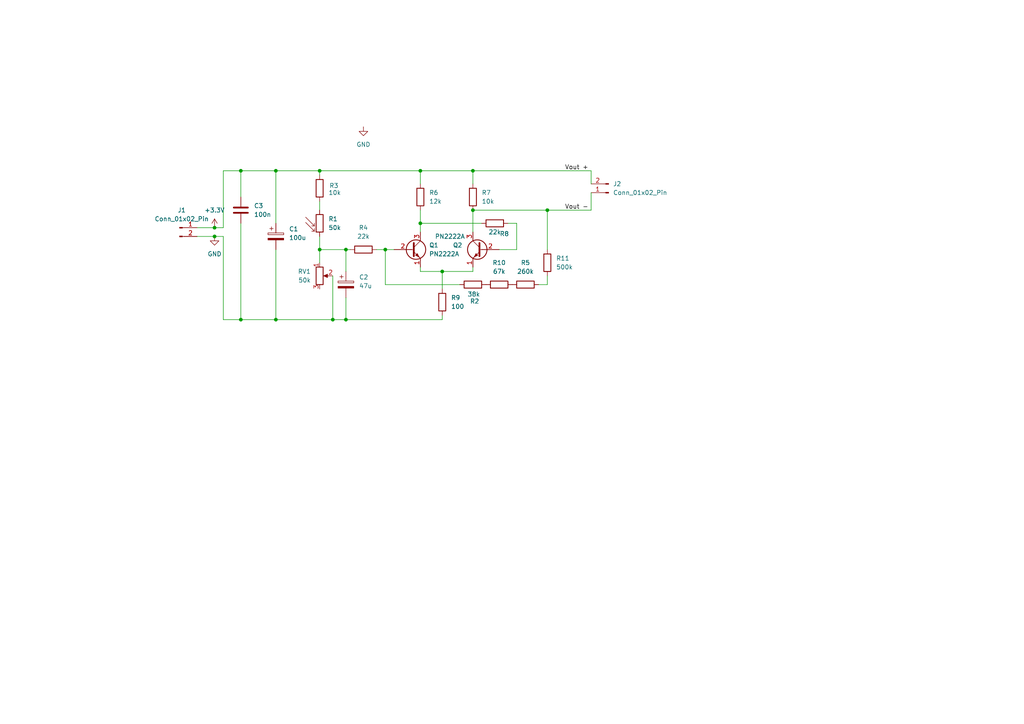
<source format=kicad_sch>
(kicad_sch (version 20231120) (generator "eeschema") (generator_version "8.0")
  (paper "A4")
  (lib_symbols
    (symbol "Connector:Conn_01x02_Pin" (pin_names (offset 1.016) hide)
      (property "Reference" "J" (at 0 2.54 0))
      (property "Value" "Conn_01x02_Pin" (at 0 -5.08 0))
      (symbol "Conn_01x02_Pin_1_1"
        (polyline (pts (xy 1.27 -2.54) (xy 0.8636 -2.54)) (stroke (width 0.1524)))
        (polyline (pts (xy 1.27 0) (xy 0.8636 0)) (stroke (width 0.1524)))
        (rectangle (start 0.8636 -2.413) (end 0 -2.667) (stroke (width 0.1524)) (fill (type outline)))
        (rectangle (start 0.8636 0.127) (end 0 -0.127) (stroke (width 0.1524)) (fill (type outline)))
        (pin passive line (at 5.08 0 180) (length 3.81) (name "Pin_1") (number "1"))
        (pin passive line (at 5.08 -2.54 180) (length 3.81) (name "Pin_2") (number "2"))
      )
    )
    (symbol "Device:C" (pin_numbers hide) (pin_names (offset 0.254))
      (property "Reference" "C" (at 0.635 2.54 0))
      (property "Value" "C" (at 0.635 -2.54 0))
      (symbol "C_0_1"
        (polyline (pts (xy -2.032 -0.762) (xy 2.032 -0.762)) (stroke (width 0.508)))
        (polyline (pts (xy -2.032 0.762) (xy 2.032 0.762)) (stroke (width 0.508)))
      )
      (symbol "C_1_1"
        (pin passive line (at 0 3.81 270) (length 2.794) (name "~") (number "1"))
        (pin passive line (at 0 -3.81 90) (length 2.794) (name "~") (number "2"))
      )
    )
    (symbol "Device:C_Polarized" (pin_numbers hide) (pin_names (offset 0.254))
      (property "Reference" "C" (at 0.635 2.54 0))
      (property "Value" "C_Polarized" (at 0.635 -2.54 0))
      (symbol "C_Polarized_0_1"
        (rectangle (start -2.286 0.508) (end 2.286 1.016))
        (polyline (pts (xy -1.778 2.286) (xy -0.762 2.286)))
        (polyline (pts (xy -1.27 2.794) (xy -1.27 1.778)))
        (rectangle (start 2.286 -0.508) (end -2.286 -1.016) (fill (type outline)))
      )
      (symbol "C_Polarized_1_1"
        (pin passive line (at 0 3.81 270) (length 2.794) (name "~") (number "1"))
        (pin passive line (at 0 -3.81 90) (length 2.794) (name "~") (number "2"))
      )
    )
    (symbol "Device:R" (pin_numbers hide) (pin_names (offset 0))
      (property "Reference" "R" (at 2.032 0 90))
      (property "Value" "R" (at 0 0 90))
      (symbol "R_0_1"
        (rectangle (start -1.016 -2.54) (end 1.016 2.54) (stroke (width 0.254)))
      )
      (symbol "R_1_1"
        (pin passive line (at 0 3.81 270) (length 1.27) (name "~") (number "1"))
        (pin passive line (at 0 -3.81 90) (length 1.27) (name "~") (number "2"))
      )
    )
    (symbol "Device:R_Photo" (pin_numbers hide) (pin_names (offset 0))
      (property "Reference" "R" (at 1.27 1.27 0))
      (property "Value" "R_Photo" (at 1.27 0 0))
      (symbol "R_Photo_0_1"
        (rectangle (start -1.016 2.54) (end 1.016 -2.54) (stroke (width 0.254)))
        (polyline (pts (xy -1.524 -2.286) (xy -4.064 0.254)))
        (polyline (pts (xy -1.524 -2.286) (xy -2.286 -2.286)))
        (polyline (pts (xy -1.524 -2.286) (xy -1.524 -1.524)))
        (polyline (pts (xy -1.524 -0.762) (xy -4.064 1.778)))
        (polyline (pts (xy -1.524 -0.762) (xy -2.286 -0.762)))
        (polyline (pts (xy -1.524 -0.762) (xy -1.524 0)))
      )
      (symbol "R_Photo_1_1"
        (pin passive line (at 0 3.81 270) (length 1.27) (name "~") (number "1"))
        (pin passive line (at 0 -3.81 90) (length 1.27) (name "~") (number "2"))
      )
    )
    (symbol "Device:R_Potentiometer" (pin_names (offset 1.016) hide)
      (property "Reference" "RV" (at -4.445 0 90))
      (property "Value" "R_Potentiometer" (at -2.54 0 90))
      (symbol "R_Potentiometer_0_1"
        (polyline (pts (xy 2.54 0) (xy 1.524 0)))
        (polyline (pts (xy 1.143 0) (xy 2.286 0.508) (xy 2.286 -0.508) (xy 1.143 0)) (fill (type outline)))
        (rectangle (start 1.016 2.54) (end -1.016 -2.54) (stroke (width 0.254)))
      )
      (symbol "R_Potentiometer_1_1"
        (pin passive line (at 0 3.81 270) (length 1.27) (name "1") (number "1"))
        (pin passive line (at 3.81 0 180) (length 1.27) (name "2") (number "2"))
        (pin passive line (at 0 -3.81 90) (length 1.27) (name "3") (number "3"))
      )
    )
    (symbol "Transistor_BJT:PN2222A" (pin_names (offset 0) hide)
      (property "Reference" "Q" (at 5.08 1.905 0))
      (property "Value" "PN2222A" (at 5.08 0 0))
      (symbol "PN2222A_0_1"
        (polyline (pts (xy 0 0) (xy 0.635 0)))
        (polyline (pts (xy 2.54 -2.54) (xy 0.635 -0.635)))
        (polyline (pts (xy 2.54 2.54) (xy 0.635 0.635)))
        (polyline (pts (xy 0.635 1.905) (xy 0.635 -1.905) (xy 0.635 -1.905)) (stroke (width 0.508)))
        (polyline (pts (xy 2.413 -2.413) (xy 1.905 -1.905) (xy 1.905 -1.905)))
        (polyline (pts (xy 1.143 -1.651) (xy 1.651 -1.143) (xy 2.159 -2.159) (xy 1.143 -1.651) (xy 1.143 -1.651)) (fill (type outline)))
        (circle (center 1.27 0) (radius 2.8194) (stroke (width 0.254)))
      )
      (symbol "PN2222A_1_1"
        (pin passive line (at 2.54 -5.08 90) (length 2.54) (name "E") (number "1"))
        (pin input line (at -5.08 0 0) (length 5.08) (name "B") (number "2"))
        (pin passive line (at 2.54 5.08 270) (length 2.54) (name "C") (number "3"))
      )
    )
    (symbol "power:+3.3V" (power) (pin_numbers hide) (pin_names (offset 0) hide)
      (property "Value" "+3.3V" (at 0 3.556 0))
      (symbol "+3.3V_0_1"
        (polyline (pts (xy -0.762 1.27) (xy 0 2.54)))
        (polyline (pts (xy 0 0) (xy 0 2.54)))
        (polyline (pts (xy 0 2.54) (xy 0.762 1.27)))
      )
      (symbol "+3.3V_1_1"
        (pin power_in line (at 0 0 90) (length 0) (name "~") (number "1"))
      )
    )
    (symbol "power:GND" (power) (pin_numbers hide) (pin_names (offset 0) hide)
      (property "Value" "GND" (at 0 -3.81 0))
      (symbol "GND_0_1"
        (polyline (pts (xy 0 0) (xy 0 -1.27) (xy 1.27 -1.27) (xy 0 -2.54) (xy -1.27 -1.27) (xy 0 -1.27)))
      )
      (symbol "GND_1_1"
        (pin power_in line (at 0 0 270) (length 0) (name "~") (number "1"))
      )
    )
  )
  (junction (at 92.71 72.39))
  (junction (at 100.33 72.39))
  (junction (at 69.85 92.71))
  (junction (at 111.76 72.39))
  (junction (at 80.01 92.71))
  (junction (at 80.01 49.53))
  (junction (at 96.52 92.71))
  (junction (at 128.27 78.74))
  (junction (at 121.92 64.77))
  (junction (at 100.33 92.71))
  (junction (at 62.23 66.04))
  (junction (at 137.16 49.53))
  (junction (at 121.92 49.53))
  (junction (at 158.75 60.96))
  (junction (at 62.23 68.58))
  (junction (at 69.85 49.53))
  (junction (at 92.71 49.53))
  (junction (at 137.16 60.96))
  (wire (pts (xy 147.32 64.77) (xy 149.86 64.77)))
  (wire (pts (xy 80.01 92.71) (xy 96.52 92.71)))
  (wire (pts (xy 92.71 68.58) (xy 92.71 72.39)))
  (wire (pts (xy 69.85 92.71) (xy 80.01 92.71)))
  (wire (pts (xy 121.92 77.47) (xy 121.92 78.74)))
  (wire (pts (xy 128.27 92.71) (xy 128.27 91.44)))
  (wire (pts (xy 121.92 53.34) (xy 121.92 49.53)))
  (wire (pts (xy 137.16 60.96) (xy 137.16 67.31)))
  (wire (pts (xy 156.21 82.55) (xy 158.75 82.55)))
  (wire (pts (xy 80.01 72.39) (xy 80.01 92.71)))
  (wire (pts (xy 64.77 68.58) (xy 64.77 92.71)))
  (wire (pts (xy 111.76 82.55) (xy 111.76 72.39)))
  (wire (pts (xy 137.16 49.53) (xy 137.16 53.34)))
  (wire (pts (xy 121.92 64.77) (xy 139.7 64.77)))
  (wire (pts (xy 96.52 80.01) (xy 96.52 92.71)))
  (wire (pts (xy 62.23 66.04) (xy 64.77 66.04)))
  (wire (pts (xy 111.76 82.55) (xy 133.35 82.55)))
  (wire (pts (xy 64.77 49.53) (xy 69.85 49.53)))
  (wire (pts (xy 158.75 60.96) (xy 171.45 60.96)))
  (wire (pts (xy 121.92 64.77) (xy 121.92 67.31)))
  (wire (pts (xy 171.45 55.88) (xy 171.45 60.96)))
  (wire (pts (xy 64.77 66.04) (xy 64.77 49.53)))
  (wire (pts (xy 100.33 86.36) (xy 100.33 92.71)))
  (wire (pts (xy 62.23 68.58) (xy 57.15 68.58)))
  (wire (pts (xy 92.71 72.39) (xy 100.33 72.39)))
  (wire (pts (xy 80.01 49.53) (xy 80.01 64.77)))
  (wire (pts (xy 128.27 78.74) (xy 128.27 83.82)))
  (wire (pts (xy 158.75 80.01) (xy 158.75 82.55)))
  (wire (pts (xy 121.92 49.53) (xy 137.16 49.53)))
  (wire (pts (xy 96.52 92.71) (xy 100.33 92.71)))
  (wire (pts (xy 92.71 50.8) (xy 92.71 49.53)))
  (wire (pts (xy 137.16 49.53) (xy 171.45 49.53)))
  (wire (pts (xy 69.85 64.77) (xy 69.85 92.71)))
  (wire (pts (xy 64.77 68.58) (xy 62.23 68.58)))
  (wire (pts (xy 158.75 60.96) (xy 158.75 72.39)))
  (wire (pts (xy 137.16 60.96) (xy 158.75 60.96)))
  (wire (pts (xy 149.86 64.77) (xy 149.86 72.39)))
  (wire (pts (xy 109.22 72.39) (xy 111.76 72.39)))
  (wire (pts (xy 149.86 72.39) (xy 144.78 72.39)))
  (wire (pts (xy 100.33 72.39) (xy 101.6 72.39)))
  (wire (pts (xy 100.33 92.71) (xy 128.27 92.71)))
  (wire (pts (xy 121.92 60.96) (xy 121.92 64.77)))
  (wire (pts (xy 57.15 66.04) (xy 62.23 66.04)))
  (wire (pts (xy 69.85 49.53) (xy 69.85 57.15)))
  (wire (pts (xy 121.92 78.74) (xy 128.27 78.74)))
  (wire (pts (xy 92.71 49.53) (xy 121.92 49.53)))
  (wire (pts (xy 80.01 49.53) (xy 92.71 49.53)))
  (wire (pts (xy 114.3 72.39) (xy 111.76 72.39)))
  (wire (pts (xy 64.77 92.71) (xy 69.85 92.71)))
  (wire (pts (xy 100.33 78.74) (xy 100.33 72.39)))
  (wire (pts (xy 69.85 49.53) (xy 80.01 49.53)))
  (wire (pts (xy 92.71 72.39) (xy 92.71 76.2)))
  (wire (pts (xy 92.71 58.42) (xy 92.71 60.96)))
  (wire (pts (xy 137.16 77.47) (xy 137.16 78.74)))
  (wire (pts (xy 171.45 53.34) (xy 171.45 49.53)))
  (wire (pts (xy 137.16 78.74) (xy 128.27 78.74)))
  (label "Vout +" (at 163.83 49.53 0))
  (label "Vout -" (at 163.83 60.96 0))
  (symbol (lib_id "Device:R") (at 144.78 82.55 90) (unit 1)
    (property "Reference" "R10" (at 144.78 76.2 90))
    (property "Value" "67k" (at 144.78 78.74 90))
    (property "Footprint" "Resistor_THT:R_Axial_DIN0309_L9.0mm_D3.2mm_P15.24mm_Horizontal" (effects (hide yes)))
    (property "Description" "Resistor" (effects (hide yes)))
  )
  (symbol (lib_id "Connector:Conn_01x02_Pin") (at 52.07 66.04 0) (unit 1) (exclude_from_sim yes)
    (property "Reference" "J1" (at 52.705 60.96 0))
    (property "Value" "Conn_01x02_Pin" (at 52.705 63.5 0))
    (property "Footprint" "Connector_PinHeader_1.00mm:PinHeader_1x02_P1.00mm_Vertical" (effects (hide yes)))
    (property "Description" "Generic connector, single row, 01x02, script generated" (effects (hide yes)))
  )
  (symbol (lib_id "Connector:Conn_01x02_Pin") (at 176.53 55.88 180) (unit 1) (exclude_from_sim yes)
    (property "Reference" "J2" (at 177.8 53.3399 0) (effects (justify right)))
    (property "Value" "Conn_01x02_Pin" (at 177.8 55.8799 0) (effects (justify right)))
    (property "Footprint" "Connector_PinHeader_1.00mm:PinHeader_1x02_P1.00mm_Vertical" (effects (hide yes)))
    (property "Description" "Generic connector, single row, 01x02, script generated" (effects (hide yes)))
  )
  (symbol (lib_id "Device:R") (at 92.71 54.61 0) (unit 1)
    (property "Reference" "R3" (at 95.504 53.848 0) (effects (justify left)))
    (property "Value" "10k" (at 95.25 55.8799 0) (effects (justify left)))
    (property "Footprint" "Resistor_THT:R_Axial_DIN0204_L3.6mm_D1.6mm_P5.08mm_Horizontal" (effects (hide yes)))
    (property "Description" "Resistor" (effects (hide yes)))
  )
  (symbol (lib_id "power:GND") (at 105.41 36.83 0) (unit 1)
    (property "Reference" "#PWR02" (effects (hide yes)))
    (property "Value" "GND" (at 105.41 41.91 0))
    (property "Description" "Power symbol creates a global label with name \"GND\" , ground" (effects (hide yes)))
  )
  (symbol (lib_id "Device:R") (at 137.16 82.55 90) (unit 1)
    (property "Reference" "R2" (at 137.668 87.376 90))
    (property "Value" "38k" (at 137.414 85.344 90))
    (property "Footprint" "Resistor_THT:R_Axial_DIN0309_L9.0mm_D3.2mm_P15.24mm_Horizontal" (effects (hide yes)))
    (property "Description" "Resistor" (effects (hide yes)))
  )
  (symbol (lib_id "Device:C") (at 69.85 60.96 0) (unit 1)
    (property "Reference" "C3" (at 73.66 59.6899 0) (effects (justify left)))
    (property "Value" "100n" (at 73.66 62.2299 0) (effects (justify left)))
    (property "Footprint" "Capacitor_THT:C_Disc_D7.5mm_W2.5mm_P5.00mm" (effects (hide yes)))
    (property "Description" "Unpolarized capacitor" (effects (hide yes)))
  )
  (symbol (lib_id "Device:R_Photo") (at 92.71 64.77 0) (unit 1)
    (property "Reference" "R1" (at 95.25 63.4999 0) (effects (justify left)))
    (property "Value" "50k" (at 95.25 66.0399 0) (effects (justify left)))
    (property "Footprint" "OptoDevice:R_LDR_5.1x4.3mm_P3.4mm_Vertical" (effects (hide yes)))
    (property "Description" "Photoresistor" (effects (hide yes)))
  )
  (symbol (lib_id "Device:R") (at 143.51 64.77 270) (unit 1)
    (property "Reference" "R8" (at 146.304 67.818 90))
    (property "Value" "22k" (at 143.51 67.31 90))
    (property "Footprint" "Resistor_THT:R_Axial_DIN0309_L9.0mm_D3.2mm_P15.24mm_Horizontal" (effects (hide yes)))
    (property "Description" "Resistor" (effects (hide yes)))
  )
  (symbol (lib_id "Device:R") (at 105.41 72.39 90) (unit 1)
    (property "Reference" "R4" (at 105.41 66.04 90))
    (property "Value" "22k" (at 105.41 68.58 90))
    (property "Footprint" "Resistor_THT:R_Axial_DIN0309_L9.0mm_D3.2mm_P15.24mm_Horizontal" (effects (hide yes)))
    (property "Description" "Resistor" (effects (hide yes)))
  )
  (symbol (lib_id "Device:R") (at 121.92 57.15 180) (unit 1)
    (property "Reference" "R6" (at 124.46 55.8799 0) (effects (justify right)))
    (property "Value" "12k" (at 124.46 58.4199 0) (effects (justify right)))
    (property "Footprint" "Resistor_THT:R_Axial_DIN0309_L9.0mm_D3.2mm_P15.24mm_Horizontal" (effects (hide yes)))
    (property "Description" "Resistor" (effects (hide yes)))
  )
  (symbol (lib_id "Device:R_Potentiometer") (at 92.71 80.01 0) (unit 1)
    (property "Reference" "RV1" (at 90.17 78.7399 0) (effects (justify right)))
    (property "Value" "50k" (at 90.17 81.2799 0) (effects (justify right)))
    (property "Footprint" "Potentiometer_THT:Potentiometer_Bourns_3296W_Vertical" (effects (hide yes)))
    (property "Description" "Potentiometer" (effects (hide yes)))
    (property "Sim.Device" "R" (effects (hide yes)))
    (property "Sim.Type" "POT" (effects (hide yes)))
    (property "Sim.Pins" "1=r0 2=wiper 3=r1" (effects (hide yes)))
    (property "Sim.Params" "r=\"\"" (effects (hide yes)))
  )
  (symbol (lib_id "Device:R") (at 128.27 87.63 0) (unit 1)
    (property "Reference" "R9" (at 130.81 86.3599 0) (effects (justify left)))
    (property "Value" "100" (at 130.81 88.8999 0) (effects (justify left)))
    (property "Footprint" "Resistor_THT:R_Axial_DIN0309_L9.0mm_D3.2mm_P15.24mm_Horizontal" (effects (hide yes)))
    (property "Description" "Resistor" (effects (hide yes)))
  )
  (symbol (lib_id "Device:R") (at 152.4 82.55 90) (unit 1)
    (property "Reference" "R5" (at 152.4 76.2 90))
    (property "Value" "260k" (at 152.4 78.74 90))
    (property "Footprint" "Resistor_THT:R_Axial_DIN0309_L9.0mm_D3.2mm_P15.24mm_Horizontal" (effects (hide yes)))
    (property "Description" "Resistor" (effects (hide yes)))
  )
  (symbol (lib_id "Transistor_BJT:PN2222A") (at 119.38 72.39 0) (unit 1)
    (property "Reference" "Q1" (at 124.46 71.1199 0) (effects (justify left)))
    (property "Value" "PN2222A" (at 124.46 73.6599 0) (effects (justify left)))
    (property "Footprint" "Package_TO_SOT_THT:TO-92_Inline" (effects (hide yes)))
    (property "Datasheet" "https://www.onsemi.com/pub/Collateral/PN2222-D.PDF" (effects (hide yes)))
    (property "Description" "1A Ic, 40V Vce, NPN Transistor, General Purpose Transistor, TO-92" (effects (hide yes)))
    (property "Sim.Device" "NPN" (effects (hide yes)))
    (property "Sim.Type" "VBIC" (effects (hide yes)))
    (property "Sim.Pins" "1=C 2=B 3=E" (effects (hide yes)))
  )
  (symbol (lib_id "Device:R") (at 158.75 76.2 180) (unit 1)
    (property "Reference" "R11" (at 161.29 74.9299 0) (effects (justify right)))
    (property "Value" "500k" (at 161.29 77.4699 0) (effects (justify right)))
    (property "Footprint" "Resistor_THT:R_Axial_DIN0309_L9.0mm_D3.2mm_P15.24mm_Horizontal" (effects (hide yes)))
    (property "Description" "Resistor" (effects (hide yes)))
  )
  (symbol (lib_id "Transistor_BJT:PN2222A") (at 139.7 72.39 0) (mirror y) (unit 1)
    (property "Reference" "Q2" (at 134.112 71.12 0) (effects (justify left)))
    (property "Value" "PN2222A" (at 134.874 68.58 0) (effects (justify left)))
    (property "Footprint" "Package_TO_SOT_THT:TO-92_Inline" (effects (hide yes)))
    (property "Datasheet" "https://www.onsemi.com/pub/Collateral/PN2222-D.PDF" (effects (hide yes)))
    (property "Description" "1A Ic, 40V Vce, NPN Transistor, General Purpose Transistor, TO-92" (effects (hide yes)))
    (property "Sim.Device" "NPN" (effects (hide yes)))
    (property "Sim.Type" "VBIC" (effects (hide yes)))
    (property "Sim.Pins" "1=C 2=B 3=E" (effects (hide yes)))
  )
  (symbol (lib_id "Device:R") (at 137.16 57.15 180) (unit 1)
    (property "Reference" "R7" (at 139.7 55.8799 0) (effects (justify right)))
    (property "Value" "10k" (at 139.7 58.4199 0) (effects (justify right)))
    (property "Footprint" "Resistor_THT:R_Axial_DIN0309_L9.0mm_D3.2mm_P15.24mm_Horizontal" (effects (hide yes)))
    (property "Description" "Resistor" (effects (hide yes)))
  )
  (symbol (lib_id "power:GND") (at 62.23 68.58 0) (unit 1)
    (property "Reference" "#PWR01" (effects (hide yes)))
    (property "Value" "GND" (at 62.23 73.66 0))
    (property "Description" "Power symbol creates a global label with name \"GND\" , ground" (effects (hide yes)))
  )
  (symbol (lib_id "Device:C_Polarized") (at 80.01 68.58 0) (unit 1)
    (property "Reference" "C1" (at 83.82 66.4209 0) (effects (justify left)))
    (property "Value" "100u" (at 83.82 68.9609 0) (effects (justify left)))
    (property "Footprint" "Capacitor_THT:CP_Radial_D4.0mm_P1.50mm" (effects (hide yes)))
    (property "Description" "Polarized capacitor" (effects (hide yes)))
  )
  (symbol (lib_id "Device:C_Polarized") (at 100.33 82.55 0) (unit 1)
    (property "Reference" "C2" (at 104.14 80.3909 0) (effects (justify left)))
    (property "Value" "47u" (at 104.14 82.9309 0) (effects (justify left)))
    (property "Footprint" "Capacitor_THT:CP_Radial_D4.0mm_P2.00mm" (effects (hide yes)))
    (property "Description" "Polarized capacitor" (effects (hide yes)))
  )
  (symbol (lib_id "power:+3.3V") (at 62.23 66.04 0) (unit 1)
    (property "Reference" "#PWR03" (effects (hide yes)))
    (property "Value" "+3.3V" (at 62.23 60.96 0))
    (property "Description" "Power symbol creates a global label with name \"+3.3V\"" (effects (hide yes)))
  )
)
</source>
